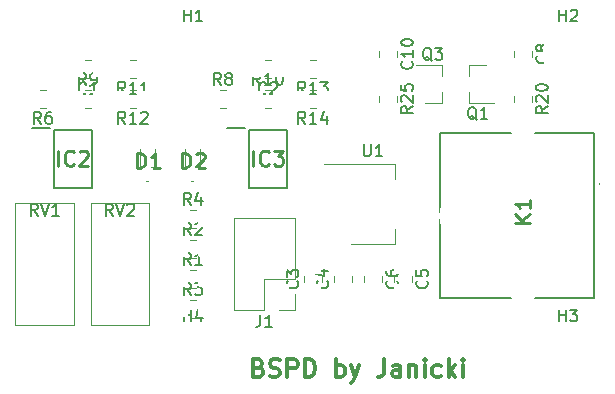
<source format=gto>
G04 #@! TF.GenerationSoftware,KiCad,Pcbnew,(5.1.12)-1*
G04 #@! TF.CreationDate,2022-06-04T11:26:48+02:00*
G04 #@! TF.ProjectId,BSPD,42535044-2e6b-4696-9361-645f70636258,rev?*
G04 #@! TF.SameCoordinates,Original*
G04 #@! TF.FileFunction,Legend,Top*
G04 #@! TF.FilePolarity,Positive*
%FSLAX46Y46*%
G04 Gerber Fmt 4.6, Leading zero omitted, Abs format (unit mm)*
G04 Created by KiCad (PCBNEW (5.1.12)-1) date 2022-06-04 11:26:48*
%MOMM*%
%LPD*%
G01*
G04 APERTURE LIST*
%ADD10C,0.300000*%
%ADD11C,0.120000*%
%ADD12C,0.100000*%
%ADD13C,0.200000*%
%ADD14C,0.150000*%
%ADD15C,0.254000*%
%ADD16R,0.900000X0.800000*%
%ADD17R,1.528000X0.650000*%
%ADD18R,1.700000X1.700000*%
%ADD19O,1.700000X1.700000*%
%ADD20C,2.100000*%
%ADD21C,3.400000*%
%ADD22R,2.000000X3.800000*%
%ADD23R,2.000000X1.500000*%
%ADD24C,1.440000*%
%ADD25C,4.400000*%
%ADD26C,0.700000*%
G04 APERTURE END LIST*
D10*
X117337142Y-102762857D02*
X117551428Y-102834285D01*
X117622857Y-102905714D01*
X117694285Y-103048571D01*
X117694285Y-103262857D01*
X117622857Y-103405714D01*
X117551428Y-103477142D01*
X117408571Y-103548571D01*
X116837142Y-103548571D01*
X116837142Y-102048571D01*
X117337142Y-102048571D01*
X117480000Y-102120000D01*
X117551428Y-102191428D01*
X117622857Y-102334285D01*
X117622857Y-102477142D01*
X117551428Y-102620000D01*
X117480000Y-102691428D01*
X117337142Y-102762857D01*
X116837142Y-102762857D01*
X118265714Y-103477142D02*
X118480000Y-103548571D01*
X118837142Y-103548571D01*
X118980000Y-103477142D01*
X119051428Y-103405714D01*
X119122857Y-103262857D01*
X119122857Y-103120000D01*
X119051428Y-102977142D01*
X118980000Y-102905714D01*
X118837142Y-102834285D01*
X118551428Y-102762857D01*
X118408571Y-102691428D01*
X118337142Y-102620000D01*
X118265714Y-102477142D01*
X118265714Y-102334285D01*
X118337142Y-102191428D01*
X118408571Y-102120000D01*
X118551428Y-102048571D01*
X118908571Y-102048571D01*
X119122857Y-102120000D01*
X119765714Y-103548571D02*
X119765714Y-102048571D01*
X120337142Y-102048571D01*
X120480000Y-102120000D01*
X120551428Y-102191428D01*
X120622857Y-102334285D01*
X120622857Y-102548571D01*
X120551428Y-102691428D01*
X120480000Y-102762857D01*
X120337142Y-102834285D01*
X119765714Y-102834285D01*
X121265714Y-103548571D02*
X121265714Y-102048571D01*
X121622857Y-102048571D01*
X121837142Y-102120000D01*
X121980000Y-102262857D01*
X122051428Y-102405714D01*
X122122857Y-102691428D01*
X122122857Y-102905714D01*
X122051428Y-103191428D01*
X121980000Y-103334285D01*
X121837142Y-103477142D01*
X121622857Y-103548571D01*
X121265714Y-103548571D01*
X123908571Y-103548571D02*
X123908571Y-102048571D01*
X123908571Y-102620000D02*
X124051428Y-102548571D01*
X124337142Y-102548571D01*
X124480000Y-102620000D01*
X124551428Y-102691428D01*
X124622857Y-102834285D01*
X124622857Y-103262857D01*
X124551428Y-103405714D01*
X124480000Y-103477142D01*
X124337142Y-103548571D01*
X124051428Y-103548571D01*
X123908571Y-103477142D01*
X125122857Y-102548571D02*
X125480000Y-103548571D01*
X125837142Y-102548571D02*
X125480000Y-103548571D01*
X125337142Y-103905714D01*
X125265714Y-103977142D01*
X125122857Y-104048571D01*
X127980000Y-102048571D02*
X127980000Y-103120000D01*
X127908571Y-103334285D01*
X127765714Y-103477142D01*
X127551428Y-103548571D01*
X127408571Y-103548571D01*
X129337142Y-103548571D02*
X129337142Y-102762857D01*
X129265714Y-102620000D01*
X129122857Y-102548571D01*
X128837142Y-102548571D01*
X128694285Y-102620000D01*
X129337142Y-103477142D02*
X129194285Y-103548571D01*
X128837142Y-103548571D01*
X128694285Y-103477142D01*
X128622857Y-103334285D01*
X128622857Y-103191428D01*
X128694285Y-103048571D01*
X128837142Y-102977142D01*
X129194285Y-102977142D01*
X129337142Y-102905714D01*
X130051428Y-102548571D02*
X130051428Y-103548571D01*
X130051428Y-102691428D02*
X130122857Y-102620000D01*
X130265714Y-102548571D01*
X130480000Y-102548571D01*
X130622857Y-102620000D01*
X130694285Y-102762857D01*
X130694285Y-103548571D01*
X131408571Y-103548571D02*
X131408571Y-102548571D01*
X131408571Y-102048571D02*
X131337142Y-102120000D01*
X131408571Y-102191428D01*
X131480000Y-102120000D01*
X131408571Y-102048571D01*
X131408571Y-102191428D01*
X132765714Y-103477142D02*
X132622857Y-103548571D01*
X132337142Y-103548571D01*
X132194285Y-103477142D01*
X132122857Y-103405714D01*
X132051428Y-103262857D01*
X132051428Y-102834285D01*
X132122857Y-102691428D01*
X132194285Y-102620000D01*
X132337142Y-102548571D01*
X132622857Y-102548571D01*
X132765714Y-102620000D01*
X133408571Y-103548571D02*
X133408571Y-102048571D01*
X133551428Y-102977142D02*
X133980000Y-103548571D01*
X133980000Y-102548571D02*
X133408571Y-103120000D01*
X134622857Y-103548571D02*
X134622857Y-102548571D01*
X134622857Y-102048571D02*
X134551428Y-102120000D01*
X134622857Y-102191428D01*
X134694285Y-102120000D01*
X134622857Y-102048571D01*
X134622857Y-102191428D01*
D11*
X103131252Y-78205000D02*
X102608748Y-78205000D01*
X103131252Y-76735000D02*
X102608748Y-76735000D01*
X118371252Y-78205000D02*
X117848748Y-78205000D01*
X118371252Y-76735000D02*
X117848748Y-76735000D01*
X121185000Y-95511252D02*
X121185000Y-94988748D01*
X122655000Y-95511252D02*
X122655000Y-94988748D01*
X125195000Y-95511252D02*
X125195000Y-94988748D01*
X123725000Y-95511252D02*
X123725000Y-94988748D01*
X130275000Y-94988748D02*
X130275000Y-95511252D01*
X128805000Y-94988748D02*
X128805000Y-95511252D01*
X126265000Y-94988748D02*
X126265000Y-95511252D01*
X127735000Y-94988748D02*
X127735000Y-95511252D01*
X140435000Y-75938748D02*
X140435000Y-76461252D01*
X138965000Y-75938748D02*
X138965000Y-76461252D01*
X127535000Y-75938748D02*
X127535000Y-76461252D01*
X129005000Y-75938748D02*
X129005000Y-76461252D01*
D12*
X107950000Y-86990000D02*
X107950000Y-86990000D01*
X107850000Y-86990000D02*
X107850000Y-86990000D01*
X108575000Y-84240000D02*
X108575000Y-85940000D01*
X107325000Y-84240000D02*
X107325000Y-85940000D01*
X107950000Y-86990000D02*
G75*
G03*
X107850000Y-86990000I-50000J0D01*
G01*
X107850000Y-86990000D02*
G75*
G03*
X107950000Y-86990000I50000J0D01*
G01*
X111135000Y-84240000D02*
X111135000Y-85940000D01*
X112385000Y-84240000D02*
X112385000Y-85940000D01*
X111660000Y-86990000D02*
X111660000Y-86990000D01*
X111760000Y-86990000D02*
X111760000Y-86990000D01*
X111660000Y-86990000D02*
G75*
G03*
X111760000Y-86990000I50000J0D01*
G01*
X111760000Y-86990000D02*
G75*
G03*
X111660000Y-86990000I-50000J0D01*
G01*
D13*
X98125000Y-82510000D02*
X99652000Y-82510000D01*
X100002000Y-87542000D02*
X100002000Y-82638000D01*
X103198000Y-87542000D02*
X100002000Y-87542000D01*
X103198000Y-82638000D02*
X103198000Y-87542000D01*
X100002000Y-82638000D02*
X103198000Y-82638000D01*
X114635000Y-82510000D02*
X116162000Y-82510000D01*
X116512000Y-87542000D02*
X116512000Y-82638000D01*
X119708000Y-87542000D02*
X116512000Y-87542000D01*
X119708000Y-82638000D02*
X119708000Y-87542000D01*
X116512000Y-82638000D02*
X119708000Y-82638000D01*
D11*
X120410000Y-97850000D02*
X119080000Y-97850000D01*
X120410000Y-96520000D02*
X120410000Y-97850000D01*
X117810000Y-97850000D02*
X115210000Y-97850000D01*
X117810000Y-95250000D02*
X117810000Y-97850000D01*
X120410000Y-95250000D02*
X117810000Y-95250000D01*
X115210000Y-97850000D02*
X115210000Y-90110000D01*
X120410000Y-95250000D02*
X120410000Y-90110000D01*
X120410000Y-90110000D02*
X115210000Y-90110000D01*
D13*
X146209000Y-87237000D02*
G75*
G03*
X146209000Y-87237000I-53000J0D01*
G01*
X132700000Y-96900000D02*
X138700000Y-96900000D01*
X145700000Y-96900000D02*
X140700000Y-96900000D01*
X145700000Y-82900000D02*
X140700000Y-82900000D01*
X132700000Y-82900000D02*
X138700000Y-82900000D01*
X132700000Y-82900000D02*
X132700000Y-96900000D01*
X145700000Y-82900000D02*
X145700000Y-96900000D01*
D11*
X135130000Y-77160000D02*
X136590000Y-77160000D01*
X135130000Y-80320000D02*
X137290000Y-80320000D01*
X135130000Y-80320000D02*
X135130000Y-79390000D01*
X135130000Y-77160000D02*
X135130000Y-78090000D01*
X132840000Y-80320000D02*
X131380000Y-80320000D01*
X132840000Y-77160000D02*
X130680000Y-77160000D01*
X132840000Y-77160000D02*
X132840000Y-78090000D01*
X132840000Y-80320000D02*
X132840000Y-79390000D01*
X111532936Y-94515000D02*
X111987064Y-94515000D01*
X111532936Y-95985000D02*
X111987064Y-95985000D01*
X111532936Y-93445000D02*
X111987064Y-93445000D01*
X111532936Y-91975000D02*
X111987064Y-91975000D01*
X111532936Y-98525000D02*
X111987064Y-98525000D01*
X111532936Y-97055000D02*
X111987064Y-97055000D01*
X111532936Y-89435000D02*
X111987064Y-89435000D01*
X111532936Y-90905000D02*
X111987064Y-90905000D01*
X99287064Y-79275000D02*
X98832936Y-79275000D01*
X99287064Y-80745000D02*
X98832936Y-80745000D01*
X114072936Y-80745000D02*
X114527064Y-80745000D01*
X114072936Y-79275000D02*
X114527064Y-79275000D01*
X102642936Y-80745000D02*
X103097064Y-80745000D01*
X102642936Y-79275000D02*
X103097064Y-79275000D01*
X117882936Y-80745000D02*
X118337064Y-80745000D01*
X117882936Y-79275000D02*
X118337064Y-79275000D01*
X106907064Y-76735000D02*
X106452936Y-76735000D01*
X106907064Y-78205000D02*
X106452936Y-78205000D01*
X106907064Y-80745000D02*
X106452936Y-80745000D01*
X106907064Y-79275000D02*
X106452936Y-79275000D01*
X122147064Y-76735000D02*
X121692936Y-76735000D01*
X122147064Y-78205000D02*
X121692936Y-78205000D01*
X122147064Y-80745000D02*
X121692936Y-80745000D01*
X122147064Y-79275000D02*
X121692936Y-79275000D01*
X140435000Y-79782936D02*
X140435000Y-80237064D01*
X138965000Y-79782936D02*
X138965000Y-80237064D01*
X129005000Y-79782936D02*
X129005000Y-80237064D01*
X127535000Y-79782936D02*
X127535000Y-80237064D01*
X122900000Y-85490000D02*
X128910000Y-85490000D01*
X125150000Y-92310000D02*
X128910000Y-92310000D01*
X128910000Y-85490000D02*
X128910000Y-86750000D01*
X128910000Y-92310000D02*
X128910000Y-91050000D01*
X96735001Y-88810001D02*
X98555001Y-88810001D01*
X99855001Y-88810001D02*
X101675001Y-88810001D01*
X96735001Y-99170001D02*
X98555001Y-99170001D01*
X99855001Y-99170001D02*
X101675001Y-99170001D01*
X101675001Y-90570001D02*
X101675001Y-97410001D01*
X96735001Y-90570001D02*
X96735001Y-97410001D01*
X101675001Y-88810001D02*
X101675001Y-90570001D01*
X101675001Y-97410001D02*
X101675001Y-99170001D01*
X99855001Y-99170001D02*
X98555001Y-99170001D01*
X96735001Y-99170001D02*
X96735001Y-97410001D01*
X98555001Y-88810001D02*
X99855001Y-88810001D01*
X96735001Y-88810001D02*
X96735001Y-90570001D01*
X103105001Y-88810001D02*
X103105001Y-90570001D01*
X104925001Y-88810001D02*
X106225001Y-88810001D01*
X103105001Y-99170001D02*
X103105001Y-97410001D01*
X106225001Y-99170001D02*
X104925001Y-99170001D01*
X108045001Y-97410001D02*
X108045001Y-99170001D01*
X108045001Y-88810001D02*
X108045001Y-90570001D01*
X103105001Y-90570001D02*
X103105001Y-97410001D01*
X108045001Y-90570001D02*
X108045001Y-97410001D01*
X106225001Y-99170001D02*
X108045001Y-99170001D01*
X103105001Y-99170001D02*
X104925001Y-99170001D01*
X106225001Y-88810001D02*
X108045001Y-88810001D01*
X103105001Y-88810001D02*
X104925001Y-88810001D01*
D14*
X102703333Y-79507142D02*
X102655714Y-79554761D01*
X102512857Y-79602380D01*
X102417619Y-79602380D01*
X102274761Y-79554761D01*
X102179523Y-79459523D01*
X102131904Y-79364285D01*
X102084285Y-79173809D01*
X102084285Y-79030952D01*
X102131904Y-78840476D01*
X102179523Y-78745238D01*
X102274761Y-78650000D01*
X102417619Y-78602380D01*
X102512857Y-78602380D01*
X102655714Y-78650000D01*
X102703333Y-78697619D01*
X103655714Y-79602380D02*
X103084285Y-79602380D01*
X103370000Y-79602380D02*
X103370000Y-78602380D01*
X103274761Y-78745238D01*
X103179523Y-78840476D01*
X103084285Y-78888095D01*
X117943333Y-79507142D02*
X117895714Y-79554761D01*
X117752857Y-79602380D01*
X117657619Y-79602380D01*
X117514761Y-79554761D01*
X117419523Y-79459523D01*
X117371904Y-79364285D01*
X117324285Y-79173809D01*
X117324285Y-79030952D01*
X117371904Y-78840476D01*
X117419523Y-78745238D01*
X117514761Y-78650000D01*
X117657619Y-78602380D01*
X117752857Y-78602380D01*
X117895714Y-78650000D01*
X117943333Y-78697619D01*
X118324285Y-78697619D02*
X118371904Y-78650000D01*
X118467142Y-78602380D01*
X118705238Y-78602380D01*
X118800476Y-78650000D01*
X118848095Y-78697619D01*
X118895714Y-78792857D01*
X118895714Y-78888095D01*
X118848095Y-79030952D01*
X118276666Y-79602380D01*
X118895714Y-79602380D01*
X120597142Y-95416666D02*
X120644761Y-95464285D01*
X120692380Y-95607142D01*
X120692380Y-95702380D01*
X120644761Y-95845238D01*
X120549523Y-95940476D01*
X120454285Y-95988095D01*
X120263809Y-96035714D01*
X120120952Y-96035714D01*
X119930476Y-95988095D01*
X119835238Y-95940476D01*
X119740000Y-95845238D01*
X119692380Y-95702380D01*
X119692380Y-95607142D01*
X119740000Y-95464285D01*
X119787619Y-95416666D01*
X119692380Y-95083333D02*
X119692380Y-94464285D01*
X120073333Y-94797619D01*
X120073333Y-94654761D01*
X120120952Y-94559523D01*
X120168571Y-94511904D01*
X120263809Y-94464285D01*
X120501904Y-94464285D01*
X120597142Y-94511904D01*
X120644761Y-94559523D01*
X120692380Y-94654761D01*
X120692380Y-94940476D01*
X120644761Y-95035714D01*
X120597142Y-95083333D01*
X123137142Y-95416666D02*
X123184761Y-95464285D01*
X123232380Y-95607142D01*
X123232380Y-95702380D01*
X123184761Y-95845238D01*
X123089523Y-95940476D01*
X122994285Y-95988095D01*
X122803809Y-96035714D01*
X122660952Y-96035714D01*
X122470476Y-95988095D01*
X122375238Y-95940476D01*
X122280000Y-95845238D01*
X122232380Y-95702380D01*
X122232380Y-95607142D01*
X122280000Y-95464285D01*
X122327619Y-95416666D01*
X122565714Y-94559523D02*
X123232380Y-94559523D01*
X122184761Y-94797619D02*
X122899047Y-95035714D01*
X122899047Y-94416666D01*
X131577142Y-95416666D02*
X131624761Y-95464285D01*
X131672380Y-95607142D01*
X131672380Y-95702380D01*
X131624761Y-95845238D01*
X131529523Y-95940476D01*
X131434285Y-95988095D01*
X131243809Y-96035714D01*
X131100952Y-96035714D01*
X130910476Y-95988095D01*
X130815238Y-95940476D01*
X130720000Y-95845238D01*
X130672380Y-95702380D01*
X130672380Y-95607142D01*
X130720000Y-95464285D01*
X130767619Y-95416666D01*
X130672380Y-94511904D02*
X130672380Y-94988095D01*
X131148571Y-95035714D01*
X131100952Y-94988095D01*
X131053333Y-94892857D01*
X131053333Y-94654761D01*
X131100952Y-94559523D01*
X131148571Y-94511904D01*
X131243809Y-94464285D01*
X131481904Y-94464285D01*
X131577142Y-94511904D01*
X131624761Y-94559523D01*
X131672380Y-94654761D01*
X131672380Y-94892857D01*
X131624761Y-94988095D01*
X131577142Y-95035714D01*
X129037142Y-95416666D02*
X129084761Y-95464285D01*
X129132380Y-95607142D01*
X129132380Y-95702380D01*
X129084761Y-95845238D01*
X128989523Y-95940476D01*
X128894285Y-95988095D01*
X128703809Y-96035714D01*
X128560952Y-96035714D01*
X128370476Y-95988095D01*
X128275238Y-95940476D01*
X128180000Y-95845238D01*
X128132380Y-95702380D01*
X128132380Y-95607142D01*
X128180000Y-95464285D01*
X128227619Y-95416666D01*
X128132380Y-94559523D02*
X128132380Y-94750000D01*
X128180000Y-94845238D01*
X128227619Y-94892857D01*
X128370476Y-94988095D01*
X128560952Y-95035714D01*
X128941904Y-95035714D01*
X129037142Y-94988095D01*
X129084761Y-94940476D01*
X129132380Y-94845238D01*
X129132380Y-94654761D01*
X129084761Y-94559523D01*
X129037142Y-94511904D01*
X128941904Y-94464285D01*
X128703809Y-94464285D01*
X128608571Y-94511904D01*
X128560952Y-94559523D01*
X128513333Y-94654761D01*
X128513333Y-94845238D01*
X128560952Y-94940476D01*
X128608571Y-94988095D01*
X128703809Y-95035714D01*
X141737142Y-76366666D02*
X141784761Y-76414285D01*
X141832380Y-76557142D01*
X141832380Y-76652380D01*
X141784761Y-76795238D01*
X141689523Y-76890476D01*
X141594285Y-76938095D01*
X141403809Y-76985714D01*
X141260952Y-76985714D01*
X141070476Y-76938095D01*
X140975238Y-76890476D01*
X140880000Y-76795238D01*
X140832380Y-76652380D01*
X140832380Y-76557142D01*
X140880000Y-76414285D01*
X140927619Y-76366666D01*
X141260952Y-75795238D02*
X141213333Y-75890476D01*
X141165714Y-75938095D01*
X141070476Y-75985714D01*
X141022857Y-75985714D01*
X140927619Y-75938095D01*
X140880000Y-75890476D01*
X140832380Y-75795238D01*
X140832380Y-75604761D01*
X140880000Y-75509523D01*
X140927619Y-75461904D01*
X141022857Y-75414285D01*
X141070476Y-75414285D01*
X141165714Y-75461904D01*
X141213333Y-75509523D01*
X141260952Y-75604761D01*
X141260952Y-75795238D01*
X141308571Y-75890476D01*
X141356190Y-75938095D01*
X141451428Y-75985714D01*
X141641904Y-75985714D01*
X141737142Y-75938095D01*
X141784761Y-75890476D01*
X141832380Y-75795238D01*
X141832380Y-75604761D01*
X141784761Y-75509523D01*
X141737142Y-75461904D01*
X141641904Y-75414285D01*
X141451428Y-75414285D01*
X141356190Y-75461904D01*
X141308571Y-75509523D01*
X141260952Y-75604761D01*
X130307142Y-76842857D02*
X130354761Y-76890476D01*
X130402380Y-77033333D01*
X130402380Y-77128571D01*
X130354761Y-77271428D01*
X130259523Y-77366666D01*
X130164285Y-77414285D01*
X129973809Y-77461904D01*
X129830952Y-77461904D01*
X129640476Y-77414285D01*
X129545238Y-77366666D01*
X129450000Y-77271428D01*
X129402380Y-77128571D01*
X129402380Y-77033333D01*
X129450000Y-76890476D01*
X129497619Y-76842857D01*
X130402380Y-75890476D02*
X130402380Y-76461904D01*
X130402380Y-76176190D02*
X129402380Y-76176190D01*
X129545238Y-76271428D01*
X129640476Y-76366666D01*
X129688095Y-76461904D01*
X129402380Y-75271428D02*
X129402380Y-75176190D01*
X129450000Y-75080952D01*
X129497619Y-75033333D01*
X129592857Y-74985714D01*
X129783333Y-74938095D01*
X130021428Y-74938095D01*
X130211904Y-74985714D01*
X130307142Y-75033333D01*
X130354761Y-75080952D01*
X130402380Y-75176190D01*
X130402380Y-75271428D01*
X130354761Y-75366666D01*
X130307142Y-75414285D01*
X130211904Y-75461904D01*
X130021428Y-75509523D01*
X129783333Y-75509523D01*
X129592857Y-75461904D01*
X129497619Y-75414285D01*
X129450000Y-75366666D01*
X129402380Y-75271428D01*
D15*
X107012619Y-85864523D02*
X107012619Y-84594523D01*
X107315000Y-84594523D01*
X107496428Y-84655000D01*
X107617380Y-84775952D01*
X107677857Y-84896904D01*
X107738333Y-85138809D01*
X107738333Y-85320238D01*
X107677857Y-85562142D01*
X107617380Y-85683095D01*
X107496428Y-85804047D01*
X107315000Y-85864523D01*
X107012619Y-85864523D01*
X108947857Y-85864523D02*
X108222142Y-85864523D01*
X108585000Y-85864523D02*
X108585000Y-84594523D01*
X108464047Y-84775952D01*
X108343095Y-84896904D01*
X108222142Y-84957380D01*
X110822619Y-85864523D02*
X110822619Y-84594523D01*
X111125000Y-84594523D01*
X111306428Y-84655000D01*
X111427380Y-84775952D01*
X111487857Y-84896904D01*
X111548333Y-85138809D01*
X111548333Y-85320238D01*
X111487857Y-85562142D01*
X111427380Y-85683095D01*
X111306428Y-85804047D01*
X111125000Y-85864523D01*
X110822619Y-85864523D01*
X112032142Y-84715476D02*
X112092619Y-84655000D01*
X112213571Y-84594523D01*
X112515952Y-84594523D01*
X112636904Y-84655000D01*
X112697380Y-84715476D01*
X112757857Y-84836428D01*
X112757857Y-84957380D01*
X112697380Y-85138809D01*
X111971666Y-85864523D01*
X112757857Y-85864523D01*
X100360238Y-85664523D02*
X100360238Y-84394523D01*
X101690714Y-85543571D02*
X101630238Y-85604047D01*
X101448809Y-85664523D01*
X101327857Y-85664523D01*
X101146428Y-85604047D01*
X101025476Y-85483095D01*
X100965000Y-85362142D01*
X100904523Y-85120238D01*
X100904523Y-84938809D01*
X100965000Y-84696904D01*
X101025476Y-84575952D01*
X101146428Y-84455000D01*
X101327857Y-84394523D01*
X101448809Y-84394523D01*
X101630238Y-84455000D01*
X101690714Y-84515476D01*
X102174523Y-84515476D02*
X102235000Y-84455000D01*
X102355952Y-84394523D01*
X102658333Y-84394523D01*
X102779285Y-84455000D01*
X102839761Y-84515476D01*
X102900238Y-84636428D01*
X102900238Y-84757380D01*
X102839761Y-84938809D01*
X102114047Y-85664523D01*
X102900238Y-85664523D01*
X116870238Y-85664523D02*
X116870238Y-84394523D01*
X118200714Y-85543571D02*
X118140238Y-85604047D01*
X117958809Y-85664523D01*
X117837857Y-85664523D01*
X117656428Y-85604047D01*
X117535476Y-85483095D01*
X117475000Y-85362142D01*
X117414523Y-85120238D01*
X117414523Y-84938809D01*
X117475000Y-84696904D01*
X117535476Y-84575952D01*
X117656428Y-84455000D01*
X117837857Y-84394523D01*
X117958809Y-84394523D01*
X118140238Y-84455000D01*
X118200714Y-84515476D01*
X118624047Y-84394523D02*
X119410238Y-84394523D01*
X118986904Y-84878333D01*
X119168333Y-84878333D01*
X119289285Y-84938809D01*
X119349761Y-84999285D01*
X119410238Y-85120238D01*
X119410238Y-85422619D01*
X119349761Y-85543571D01*
X119289285Y-85604047D01*
X119168333Y-85664523D01*
X118805476Y-85664523D01*
X118684523Y-85604047D01*
X118624047Y-85543571D01*
D14*
X117476666Y-98302380D02*
X117476666Y-99016666D01*
X117429047Y-99159523D01*
X117333809Y-99254761D01*
X117190952Y-99302380D01*
X117095714Y-99302380D01*
X118476666Y-99302380D02*
X117905238Y-99302380D01*
X118190952Y-99302380D02*
X118190952Y-98302380D01*
X118095714Y-98445238D01*
X118000476Y-98540476D01*
X117905238Y-98588095D01*
D15*
X140338523Y-90477380D02*
X139068523Y-90477380D01*
X140338523Y-89751666D02*
X139612809Y-90295952D01*
X139068523Y-89751666D02*
X139794238Y-90477380D01*
X140338523Y-88542142D02*
X140338523Y-89267857D01*
X140338523Y-88905000D02*
X139068523Y-88905000D01*
X139249952Y-89025952D01*
X139370904Y-89146904D01*
X139431380Y-89267857D01*
D14*
X135794761Y-81787619D02*
X135699523Y-81740000D01*
X135604285Y-81644761D01*
X135461428Y-81501904D01*
X135366190Y-81454285D01*
X135270952Y-81454285D01*
X135318571Y-81692380D02*
X135223333Y-81644761D01*
X135128095Y-81549523D01*
X135080476Y-81359047D01*
X135080476Y-81025714D01*
X135128095Y-80835238D01*
X135223333Y-80740000D01*
X135318571Y-80692380D01*
X135509047Y-80692380D01*
X135604285Y-80740000D01*
X135699523Y-80835238D01*
X135747142Y-81025714D01*
X135747142Y-81359047D01*
X135699523Y-81549523D01*
X135604285Y-81644761D01*
X135509047Y-81692380D01*
X135318571Y-81692380D01*
X136699523Y-81692380D02*
X136128095Y-81692380D01*
X136413809Y-81692380D02*
X136413809Y-80692380D01*
X136318571Y-80835238D01*
X136223333Y-80930476D01*
X136128095Y-80978095D01*
X131984761Y-76787619D02*
X131889523Y-76740000D01*
X131794285Y-76644761D01*
X131651428Y-76501904D01*
X131556190Y-76454285D01*
X131460952Y-76454285D01*
X131508571Y-76692380D02*
X131413333Y-76644761D01*
X131318095Y-76549523D01*
X131270476Y-76359047D01*
X131270476Y-76025714D01*
X131318095Y-75835238D01*
X131413333Y-75740000D01*
X131508571Y-75692380D01*
X131699047Y-75692380D01*
X131794285Y-75740000D01*
X131889523Y-75835238D01*
X131937142Y-76025714D01*
X131937142Y-76359047D01*
X131889523Y-76549523D01*
X131794285Y-76644761D01*
X131699047Y-76692380D01*
X131508571Y-76692380D01*
X132270476Y-75692380D02*
X132889523Y-75692380D01*
X132556190Y-76073333D01*
X132699047Y-76073333D01*
X132794285Y-76120952D01*
X132841904Y-76168571D01*
X132889523Y-76263809D01*
X132889523Y-76501904D01*
X132841904Y-76597142D01*
X132794285Y-76644761D01*
X132699047Y-76692380D01*
X132413333Y-76692380D01*
X132318095Y-76644761D01*
X132270476Y-76597142D01*
X111593333Y-94052380D02*
X111260000Y-93576190D01*
X111021904Y-94052380D02*
X111021904Y-93052380D01*
X111402857Y-93052380D01*
X111498095Y-93100000D01*
X111545714Y-93147619D01*
X111593333Y-93242857D01*
X111593333Y-93385714D01*
X111545714Y-93480952D01*
X111498095Y-93528571D01*
X111402857Y-93576190D01*
X111021904Y-93576190D01*
X112545714Y-94052380D02*
X111974285Y-94052380D01*
X112260000Y-94052380D02*
X112260000Y-93052380D01*
X112164761Y-93195238D01*
X112069523Y-93290476D01*
X111974285Y-93338095D01*
X111593333Y-91512380D02*
X111260000Y-91036190D01*
X111021904Y-91512380D02*
X111021904Y-90512380D01*
X111402857Y-90512380D01*
X111498095Y-90560000D01*
X111545714Y-90607619D01*
X111593333Y-90702857D01*
X111593333Y-90845714D01*
X111545714Y-90940952D01*
X111498095Y-90988571D01*
X111402857Y-91036190D01*
X111021904Y-91036190D01*
X111974285Y-90607619D02*
X112021904Y-90560000D01*
X112117142Y-90512380D01*
X112355238Y-90512380D01*
X112450476Y-90560000D01*
X112498095Y-90607619D01*
X112545714Y-90702857D01*
X112545714Y-90798095D01*
X112498095Y-90940952D01*
X111926666Y-91512380D01*
X112545714Y-91512380D01*
X111593333Y-96592380D02*
X111260000Y-96116190D01*
X111021904Y-96592380D02*
X111021904Y-95592380D01*
X111402857Y-95592380D01*
X111498095Y-95640000D01*
X111545714Y-95687619D01*
X111593333Y-95782857D01*
X111593333Y-95925714D01*
X111545714Y-96020952D01*
X111498095Y-96068571D01*
X111402857Y-96116190D01*
X111021904Y-96116190D01*
X111926666Y-95592380D02*
X112545714Y-95592380D01*
X112212380Y-95973333D01*
X112355238Y-95973333D01*
X112450476Y-96020952D01*
X112498095Y-96068571D01*
X112545714Y-96163809D01*
X112545714Y-96401904D01*
X112498095Y-96497142D01*
X112450476Y-96544761D01*
X112355238Y-96592380D01*
X112069523Y-96592380D01*
X111974285Y-96544761D01*
X111926666Y-96497142D01*
X111593333Y-88972380D02*
X111260000Y-88496190D01*
X111021904Y-88972380D02*
X111021904Y-87972380D01*
X111402857Y-87972380D01*
X111498095Y-88020000D01*
X111545714Y-88067619D01*
X111593333Y-88162857D01*
X111593333Y-88305714D01*
X111545714Y-88400952D01*
X111498095Y-88448571D01*
X111402857Y-88496190D01*
X111021904Y-88496190D01*
X112450476Y-88305714D02*
X112450476Y-88972380D01*
X112212380Y-87924761D02*
X111974285Y-88639047D01*
X112593333Y-88639047D01*
X98893333Y-82112380D02*
X98560000Y-81636190D01*
X98321904Y-82112380D02*
X98321904Y-81112380D01*
X98702857Y-81112380D01*
X98798095Y-81160000D01*
X98845714Y-81207619D01*
X98893333Y-81302857D01*
X98893333Y-81445714D01*
X98845714Y-81540952D01*
X98798095Y-81588571D01*
X98702857Y-81636190D01*
X98321904Y-81636190D01*
X99750476Y-81112380D02*
X99560000Y-81112380D01*
X99464761Y-81160000D01*
X99417142Y-81207619D01*
X99321904Y-81350476D01*
X99274285Y-81540952D01*
X99274285Y-81921904D01*
X99321904Y-82017142D01*
X99369523Y-82064761D01*
X99464761Y-82112380D01*
X99655238Y-82112380D01*
X99750476Y-82064761D01*
X99798095Y-82017142D01*
X99845714Y-81921904D01*
X99845714Y-81683809D01*
X99798095Y-81588571D01*
X99750476Y-81540952D01*
X99655238Y-81493333D01*
X99464761Y-81493333D01*
X99369523Y-81540952D01*
X99321904Y-81588571D01*
X99274285Y-81683809D01*
X114133333Y-78812380D02*
X113800000Y-78336190D01*
X113561904Y-78812380D02*
X113561904Y-77812380D01*
X113942857Y-77812380D01*
X114038095Y-77860000D01*
X114085714Y-77907619D01*
X114133333Y-78002857D01*
X114133333Y-78145714D01*
X114085714Y-78240952D01*
X114038095Y-78288571D01*
X113942857Y-78336190D01*
X113561904Y-78336190D01*
X114704761Y-78240952D02*
X114609523Y-78193333D01*
X114561904Y-78145714D01*
X114514285Y-78050476D01*
X114514285Y-78002857D01*
X114561904Y-77907619D01*
X114609523Y-77860000D01*
X114704761Y-77812380D01*
X114895238Y-77812380D01*
X114990476Y-77860000D01*
X115038095Y-77907619D01*
X115085714Y-78002857D01*
X115085714Y-78050476D01*
X115038095Y-78145714D01*
X114990476Y-78193333D01*
X114895238Y-78240952D01*
X114704761Y-78240952D01*
X114609523Y-78288571D01*
X114561904Y-78336190D01*
X114514285Y-78431428D01*
X114514285Y-78621904D01*
X114561904Y-78717142D01*
X114609523Y-78764761D01*
X114704761Y-78812380D01*
X114895238Y-78812380D01*
X114990476Y-78764761D01*
X115038095Y-78717142D01*
X115085714Y-78621904D01*
X115085714Y-78431428D01*
X115038095Y-78336190D01*
X114990476Y-78288571D01*
X114895238Y-78240952D01*
X102703333Y-78812380D02*
X102370000Y-78336190D01*
X102131904Y-78812380D02*
X102131904Y-77812380D01*
X102512857Y-77812380D01*
X102608095Y-77860000D01*
X102655714Y-77907619D01*
X102703333Y-78002857D01*
X102703333Y-78145714D01*
X102655714Y-78240952D01*
X102608095Y-78288571D01*
X102512857Y-78336190D01*
X102131904Y-78336190D01*
X103179523Y-78812380D02*
X103370000Y-78812380D01*
X103465238Y-78764761D01*
X103512857Y-78717142D01*
X103608095Y-78574285D01*
X103655714Y-78383809D01*
X103655714Y-78002857D01*
X103608095Y-77907619D01*
X103560476Y-77860000D01*
X103465238Y-77812380D01*
X103274761Y-77812380D01*
X103179523Y-77860000D01*
X103131904Y-77907619D01*
X103084285Y-78002857D01*
X103084285Y-78240952D01*
X103131904Y-78336190D01*
X103179523Y-78383809D01*
X103274761Y-78431428D01*
X103465238Y-78431428D01*
X103560476Y-78383809D01*
X103608095Y-78336190D01*
X103655714Y-78240952D01*
X117467142Y-78812380D02*
X117133809Y-78336190D01*
X116895714Y-78812380D02*
X116895714Y-77812380D01*
X117276666Y-77812380D01*
X117371904Y-77860000D01*
X117419523Y-77907619D01*
X117467142Y-78002857D01*
X117467142Y-78145714D01*
X117419523Y-78240952D01*
X117371904Y-78288571D01*
X117276666Y-78336190D01*
X116895714Y-78336190D01*
X118419523Y-78812380D02*
X117848095Y-78812380D01*
X118133809Y-78812380D02*
X118133809Y-77812380D01*
X118038571Y-77955238D01*
X117943333Y-78050476D01*
X117848095Y-78098095D01*
X119038571Y-77812380D02*
X119133809Y-77812380D01*
X119229047Y-77860000D01*
X119276666Y-77907619D01*
X119324285Y-78002857D01*
X119371904Y-78193333D01*
X119371904Y-78431428D01*
X119324285Y-78621904D01*
X119276666Y-78717142D01*
X119229047Y-78764761D01*
X119133809Y-78812380D01*
X119038571Y-78812380D01*
X118943333Y-78764761D01*
X118895714Y-78717142D01*
X118848095Y-78621904D01*
X118800476Y-78431428D01*
X118800476Y-78193333D01*
X118848095Y-78002857D01*
X118895714Y-77907619D01*
X118943333Y-77860000D01*
X119038571Y-77812380D01*
X106037142Y-79572380D02*
X105703809Y-79096190D01*
X105465714Y-79572380D02*
X105465714Y-78572380D01*
X105846666Y-78572380D01*
X105941904Y-78620000D01*
X105989523Y-78667619D01*
X106037142Y-78762857D01*
X106037142Y-78905714D01*
X105989523Y-79000952D01*
X105941904Y-79048571D01*
X105846666Y-79096190D01*
X105465714Y-79096190D01*
X106989523Y-79572380D02*
X106418095Y-79572380D01*
X106703809Y-79572380D02*
X106703809Y-78572380D01*
X106608571Y-78715238D01*
X106513333Y-78810476D01*
X106418095Y-78858095D01*
X107941904Y-79572380D02*
X107370476Y-79572380D01*
X107656190Y-79572380D02*
X107656190Y-78572380D01*
X107560952Y-78715238D01*
X107465714Y-78810476D01*
X107370476Y-78858095D01*
X106037142Y-82112380D02*
X105703809Y-81636190D01*
X105465714Y-82112380D02*
X105465714Y-81112380D01*
X105846666Y-81112380D01*
X105941904Y-81160000D01*
X105989523Y-81207619D01*
X106037142Y-81302857D01*
X106037142Y-81445714D01*
X105989523Y-81540952D01*
X105941904Y-81588571D01*
X105846666Y-81636190D01*
X105465714Y-81636190D01*
X106989523Y-82112380D02*
X106418095Y-82112380D01*
X106703809Y-82112380D02*
X106703809Y-81112380D01*
X106608571Y-81255238D01*
X106513333Y-81350476D01*
X106418095Y-81398095D01*
X107370476Y-81207619D02*
X107418095Y-81160000D01*
X107513333Y-81112380D01*
X107751428Y-81112380D01*
X107846666Y-81160000D01*
X107894285Y-81207619D01*
X107941904Y-81302857D01*
X107941904Y-81398095D01*
X107894285Y-81540952D01*
X107322857Y-82112380D01*
X107941904Y-82112380D01*
X121277142Y-79572380D02*
X120943809Y-79096190D01*
X120705714Y-79572380D02*
X120705714Y-78572380D01*
X121086666Y-78572380D01*
X121181904Y-78620000D01*
X121229523Y-78667619D01*
X121277142Y-78762857D01*
X121277142Y-78905714D01*
X121229523Y-79000952D01*
X121181904Y-79048571D01*
X121086666Y-79096190D01*
X120705714Y-79096190D01*
X122229523Y-79572380D02*
X121658095Y-79572380D01*
X121943809Y-79572380D02*
X121943809Y-78572380D01*
X121848571Y-78715238D01*
X121753333Y-78810476D01*
X121658095Y-78858095D01*
X122562857Y-78572380D02*
X123181904Y-78572380D01*
X122848571Y-78953333D01*
X122991428Y-78953333D01*
X123086666Y-79000952D01*
X123134285Y-79048571D01*
X123181904Y-79143809D01*
X123181904Y-79381904D01*
X123134285Y-79477142D01*
X123086666Y-79524761D01*
X122991428Y-79572380D01*
X122705714Y-79572380D01*
X122610476Y-79524761D01*
X122562857Y-79477142D01*
X121277142Y-82112380D02*
X120943809Y-81636190D01*
X120705714Y-82112380D02*
X120705714Y-81112380D01*
X121086666Y-81112380D01*
X121181904Y-81160000D01*
X121229523Y-81207619D01*
X121277142Y-81302857D01*
X121277142Y-81445714D01*
X121229523Y-81540952D01*
X121181904Y-81588571D01*
X121086666Y-81636190D01*
X120705714Y-81636190D01*
X122229523Y-82112380D02*
X121658095Y-82112380D01*
X121943809Y-82112380D02*
X121943809Y-81112380D01*
X121848571Y-81255238D01*
X121753333Y-81350476D01*
X121658095Y-81398095D01*
X123086666Y-81445714D02*
X123086666Y-82112380D01*
X122848571Y-81064761D02*
X122610476Y-81779047D01*
X123229523Y-81779047D01*
X141802380Y-80652857D02*
X141326190Y-80986190D01*
X141802380Y-81224285D02*
X140802380Y-81224285D01*
X140802380Y-80843333D01*
X140850000Y-80748095D01*
X140897619Y-80700476D01*
X140992857Y-80652857D01*
X141135714Y-80652857D01*
X141230952Y-80700476D01*
X141278571Y-80748095D01*
X141326190Y-80843333D01*
X141326190Y-81224285D01*
X140897619Y-80271904D02*
X140850000Y-80224285D01*
X140802380Y-80129047D01*
X140802380Y-79890952D01*
X140850000Y-79795714D01*
X140897619Y-79748095D01*
X140992857Y-79700476D01*
X141088095Y-79700476D01*
X141230952Y-79748095D01*
X141802380Y-80319523D01*
X141802380Y-79700476D01*
X140802380Y-79081428D02*
X140802380Y-78986190D01*
X140850000Y-78890952D01*
X140897619Y-78843333D01*
X140992857Y-78795714D01*
X141183333Y-78748095D01*
X141421428Y-78748095D01*
X141611904Y-78795714D01*
X141707142Y-78843333D01*
X141754761Y-78890952D01*
X141802380Y-78986190D01*
X141802380Y-79081428D01*
X141754761Y-79176666D01*
X141707142Y-79224285D01*
X141611904Y-79271904D01*
X141421428Y-79319523D01*
X141183333Y-79319523D01*
X140992857Y-79271904D01*
X140897619Y-79224285D01*
X140850000Y-79176666D01*
X140802380Y-79081428D01*
X130372380Y-80652857D02*
X129896190Y-80986190D01*
X130372380Y-81224285D02*
X129372380Y-81224285D01*
X129372380Y-80843333D01*
X129420000Y-80748095D01*
X129467619Y-80700476D01*
X129562857Y-80652857D01*
X129705714Y-80652857D01*
X129800952Y-80700476D01*
X129848571Y-80748095D01*
X129896190Y-80843333D01*
X129896190Y-81224285D01*
X129467619Y-80271904D02*
X129420000Y-80224285D01*
X129372380Y-80129047D01*
X129372380Y-79890952D01*
X129420000Y-79795714D01*
X129467619Y-79748095D01*
X129562857Y-79700476D01*
X129658095Y-79700476D01*
X129800952Y-79748095D01*
X130372380Y-80319523D01*
X130372380Y-79700476D01*
X129372380Y-78795714D02*
X129372380Y-79271904D01*
X129848571Y-79319523D01*
X129800952Y-79271904D01*
X129753333Y-79176666D01*
X129753333Y-78938571D01*
X129800952Y-78843333D01*
X129848571Y-78795714D01*
X129943809Y-78748095D01*
X130181904Y-78748095D01*
X130277142Y-78795714D01*
X130324761Y-78843333D01*
X130372380Y-78938571D01*
X130372380Y-79176666D01*
X130324761Y-79271904D01*
X130277142Y-79319523D01*
X126238095Y-83852380D02*
X126238095Y-84661904D01*
X126285714Y-84757142D01*
X126333333Y-84804761D01*
X126428571Y-84852380D01*
X126619047Y-84852380D01*
X126714285Y-84804761D01*
X126761904Y-84757142D01*
X126809523Y-84661904D01*
X126809523Y-83852380D01*
X127809523Y-84852380D02*
X127238095Y-84852380D01*
X127523809Y-84852380D02*
X127523809Y-83852380D01*
X127428571Y-83995238D01*
X127333333Y-84090476D01*
X127238095Y-84138095D01*
X98609762Y-89892381D02*
X98276429Y-89416191D01*
X98038334Y-89892381D02*
X98038334Y-88892381D01*
X98419286Y-88892381D01*
X98514524Y-88940001D01*
X98562143Y-88987620D01*
X98609762Y-89082858D01*
X98609762Y-89225715D01*
X98562143Y-89320953D01*
X98514524Y-89368572D01*
X98419286Y-89416191D01*
X98038334Y-89416191D01*
X98895477Y-88892381D02*
X99228810Y-89892381D01*
X99562143Y-88892381D01*
X100419286Y-89892381D02*
X99847858Y-89892381D01*
X100133572Y-89892381D02*
X100133572Y-88892381D01*
X100038334Y-89035239D01*
X99943096Y-89130477D01*
X99847858Y-89178096D01*
X104979762Y-89892381D02*
X104646429Y-89416191D01*
X104408334Y-89892381D02*
X104408334Y-88892381D01*
X104789286Y-88892381D01*
X104884524Y-88940001D01*
X104932143Y-88987620D01*
X104979762Y-89082858D01*
X104979762Y-89225715D01*
X104932143Y-89320953D01*
X104884524Y-89368572D01*
X104789286Y-89416191D01*
X104408334Y-89416191D01*
X105265477Y-88892381D02*
X105598810Y-89892381D01*
X105932143Y-88892381D01*
X106217858Y-88987620D02*
X106265477Y-88940001D01*
X106360715Y-88892381D01*
X106598810Y-88892381D01*
X106694048Y-88940001D01*
X106741667Y-88987620D01*
X106789286Y-89082858D01*
X106789286Y-89178096D01*
X106741667Y-89320953D01*
X106170239Y-89892381D01*
X106789286Y-89892381D01*
X110998095Y-73452380D02*
X110998095Y-72452380D01*
X110998095Y-72928571D02*
X111569523Y-72928571D01*
X111569523Y-73452380D02*
X111569523Y-72452380D01*
X112569523Y-73452380D02*
X111998095Y-73452380D01*
X112283809Y-73452380D02*
X112283809Y-72452380D01*
X112188571Y-72595238D01*
X112093333Y-72690476D01*
X111998095Y-72738095D01*
X142748095Y-73452380D02*
X142748095Y-72452380D01*
X142748095Y-72928571D02*
X143319523Y-72928571D01*
X143319523Y-73452380D02*
X143319523Y-72452380D01*
X143748095Y-72547619D02*
X143795714Y-72500000D01*
X143890952Y-72452380D01*
X144129047Y-72452380D01*
X144224285Y-72500000D01*
X144271904Y-72547619D01*
X144319523Y-72642857D01*
X144319523Y-72738095D01*
X144271904Y-72880952D01*
X143700476Y-73452380D01*
X144319523Y-73452380D01*
X142748095Y-98852380D02*
X142748095Y-97852380D01*
X142748095Y-98328571D02*
X143319523Y-98328571D01*
X143319523Y-98852380D02*
X143319523Y-97852380D01*
X143700476Y-97852380D02*
X144319523Y-97852380D01*
X143986190Y-98233333D01*
X144129047Y-98233333D01*
X144224285Y-98280952D01*
X144271904Y-98328571D01*
X144319523Y-98423809D01*
X144319523Y-98661904D01*
X144271904Y-98757142D01*
X144224285Y-98804761D01*
X144129047Y-98852380D01*
X143843333Y-98852380D01*
X143748095Y-98804761D01*
X143700476Y-98757142D01*
X110998095Y-98852380D02*
X110998095Y-97852380D01*
X110998095Y-98328571D02*
X111569523Y-98328571D01*
X111569523Y-98852380D02*
X111569523Y-97852380D01*
X112474285Y-98185714D02*
X112474285Y-98852380D01*
X112236190Y-97804761D02*
X111998095Y-98519047D01*
X112617142Y-98519047D01*
%LPC*%
G36*
G01*
X102420000Y-76995000D02*
X102420000Y-77945000D01*
G75*
G02*
X102170000Y-78195000I-250000J0D01*
G01*
X101670000Y-78195000D01*
G75*
G02*
X101420000Y-77945000I0J250000D01*
G01*
X101420000Y-76995000D01*
G75*
G02*
X101670000Y-76745000I250000J0D01*
G01*
X102170000Y-76745000D01*
G75*
G02*
X102420000Y-76995000I0J-250000D01*
G01*
G37*
G36*
G01*
X104320000Y-76995000D02*
X104320000Y-77945000D01*
G75*
G02*
X104070000Y-78195000I-250000J0D01*
G01*
X103570000Y-78195000D01*
G75*
G02*
X103320000Y-77945000I0J250000D01*
G01*
X103320000Y-76995000D01*
G75*
G02*
X103570000Y-76745000I250000J0D01*
G01*
X104070000Y-76745000D01*
G75*
G02*
X104320000Y-76995000I0J-250000D01*
G01*
G37*
G36*
G01*
X117660000Y-76995000D02*
X117660000Y-77945000D01*
G75*
G02*
X117410000Y-78195000I-250000J0D01*
G01*
X116910000Y-78195000D01*
G75*
G02*
X116660000Y-77945000I0J250000D01*
G01*
X116660000Y-76995000D01*
G75*
G02*
X116910000Y-76745000I250000J0D01*
G01*
X117410000Y-76745000D01*
G75*
G02*
X117660000Y-76995000I0J-250000D01*
G01*
G37*
G36*
G01*
X119560000Y-76995000D02*
X119560000Y-77945000D01*
G75*
G02*
X119310000Y-78195000I-250000J0D01*
G01*
X118810000Y-78195000D01*
G75*
G02*
X118560000Y-77945000I0J250000D01*
G01*
X118560000Y-76995000D01*
G75*
G02*
X118810000Y-76745000I250000J0D01*
G01*
X119310000Y-76745000D01*
G75*
G02*
X119560000Y-76995000I0J-250000D01*
G01*
G37*
G36*
G01*
X122395000Y-94800000D02*
X121445000Y-94800000D01*
G75*
G02*
X121195000Y-94550000I0J250000D01*
G01*
X121195000Y-94050000D01*
G75*
G02*
X121445000Y-93800000I250000J0D01*
G01*
X122395000Y-93800000D01*
G75*
G02*
X122645000Y-94050000I0J-250000D01*
G01*
X122645000Y-94550000D01*
G75*
G02*
X122395000Y-94800000I-250000J0D01*
G01*
G37*
G36*
G01*
X122395000Y-96700000D02*
X121445000Y-96700000D01*
G75*
G02*
X121195000Y-96450000I0J250000D01*
G01*
X121195000Y-95950000D01*
G75*
G02*
X121445000Y-95700000I250000J0D01*
G01*
X122395000Y-95700000D01*
G75*
G02*
X122645000Y-95950000I0J-250000D01*
G01*
X122645000Y-96450000D01*
G75*
G02*
X122395000Y-96700000I-250000J0D01*
G01*
G37*
G36*
G01*
X124935000Y-96700000D02*
X123985000Y-96700000D01*
G75*
G02*
X123735000Y-96450000I0J250000D01*
G01*
X123735000Y-95950000D01*
G75*
G02*
X123985000Y-95700000I250000J0D01*
G01*
X124935000Y-95700000D01*
G75*
G02*
X125185000Y-95950000I0J-250000D01*
G01*
X125185000Y-96450000D01*
G75*
G02*
X124935000Y-96700000I-250000J0D01*
G01*
G37*
G36*
G01*
X124935000Y-94800000D02*
X123985000Y-94800000D01*
G75*
G02*
X123735000Y-94550000I0J250000D01*
G01*
X123735000Y-94050000D01*
G75*
G02*
X123985000Y-93800000I250000J0D01*
G01*
X124935000Y-93800000D01*
G75*
G02*
X125185000Y-94050000I0J-250000D01*
G01*
X125185000Y-94550000D01*
G75*
G02*
X124935000Y-94800000I-250000J0D01*
G01*
G37*
G36*
G01*
X129065000Y-95700000D02*
X130015000Y-95700000D01*
G75*
G02*
X130265000Y-95950000I0J-250000D01*
G01*
X130265000Y-96450000D01*
G75*
G02*
X130015000Y-96700000I-250000J0D01*
G01*
X129065000Y-96700000D01*
G75*
G02*
X128815000Y-96450000I0J250000D01*
G01*
X128815000Y-95950000D01*
G75*
G02*
X129065000Y-95700000I250000J0D01*
G01*
G37*
G36*
G01*
X129065000Y-93800000D02*
X130015000Y-93800000D01*
G75*
G02*
X130265000Y-94050000I0J-250000D01*
G01*
X130265000Y-94550000D01*
G75*
G02*
X130015000Y-94800000I-250000J0D01*
G01*
X129065000Y-94800000D01*
G75*
G02*
X128815000Y-94550000I0J250000D01*
G01*
X128815000Y-94050000D01*
G75*
G02*
X129065000Y-93800000I250000J0D01*
G01*
G37*
G36*
G01*
X126525000Y-93800000D02*
X127475000Y-93800000D01*
G75*
G02*
X127725000Y-94050000I0J-250000D01*
G01*
X127725000Y-94550000D01*
G75*
G02*
X127475000Y-94800000I-250000J0D01*
G01*
X126525000Y-94800000D01*
G75*
G02*
X126275000Y-94550000I0J250000D01*
G01*
X126275000Y-94050000D01*
G75*
G02*
X126525000Y-93800000I250000J0D01*
G01*
G37*
G36*
G01*
X126525000Y-95700000D02*
X127475000Y-95700000D01*
G75*
G02*
X127725000Y-95950000I0J-250000D01*
G01*
X127725000Y-96450000D01*
G75*
G02*
X127475000Y-96700000I-250000J0D01*
G01*
X126525000Y-96700000D01*
G75*
G02*
X126275000Y-96450000I0J250000D01*
G01*
X126275000Y-95950000D01*
G75*
G02*
X126525000Y-95700000I250000J0D01*
G01*
G37*
G36*
G01*
X139225000Y-76650000D02*
X140175000Y-76650000D01*
G75*
G02*
X140425000Y-76900000I0J-250000D01*
G01*
X140425000Y-77400000D01*
G75*
G02*
X140175000Y-77650000I-250000J0D01*
G01*
X139225000Y-77650000D01*
G75*
G02*
X138975000Y-77400000I0J250000D01*
G01*
X138975000Y-76900000D01*
G75*
G02*
X139225000Y-76650000I250000J0D01*
G01*
G37*
G36*
G01*
X139225000Y-74750000D02*
X140175000Y-74750000D01*
G75*
G02*
X140425000Y-75000000I0J-250000D01*
G01*
X140425000Y-75500000D01*
G75*
G02*
X140175000Y-75750000I-250000J0D01*
G01*
X139225000Y-75750000D01*
G75*
G02*
X138975000Y-75500000I0J250000D01*
G01*
X138975000Y-75000000D01*
G75*
G02*
X139225000Y-74750000I250000J0D01*
G01*
G37*
G36*
G01*
X127795000Y-74750000D02*
X128745000Y-74750000D01*
G75*
G02*
X128995000Y-75000000I0J-250000D01*
G01*
X128995000Y-75500000D01*
G75*
G02*
X128745000Y-75750000I-250000J0D01*
G01*
X127795000Y-75750000D01*
G75*
G02*
X127545000Y-75500000I0J250000D01*
G01*
X127545000Y-75000000D01*
G75*
G02*
X127795000Y-74750000I250000J0D01*
G01*
G37*
G36*
G01*
X127795000Y-76650000D02*
X128745000Y-76650000D01*
G75*
G02*
X128995000Y-76900000I0J-250000D01*
G01*
X128995000Y-77400000D01*
G75*
G02*
X128745000Y-77650000I-250000J0D01*
G01*
X127795000Y-77650000D01*
G75*
G02*
X127545000Y-77400000I0J250000D01*
G01*
X127545000Y-76900000D01*
G75*
G02*
X127795000Y-76650000I250000J0D01*
G01*
G37*
D16*
X107950000Y-86240000D03*
X107950000Y-83940000D03*
X111760000Y-83940000D03*
X111760000Y-86240000D03*
D17*
X98889000Y-83185000D03*
X98889000Y-84455000D03*
X98889000Y-85725000D03*
X98889000Y-86995000D03*
X104311000Y-86995000D03*
X104311000Y-85725000D03*
X104311000Y-84455000D03*
X104311000Y-83185000D03*
X115399000Y-83185000D03*
X115399000Y-84455000D03*
X115399000Y-85725000D03*
X115399000Y-86995000D03*
X120821000Y-86995000D03*
X120821000Y-85725000D03*
X120821000Y-84455000D03*
X120821000Y-83185000D03*
D18*
X119080000Y-96520000D03*
D19*
X116540000Y-96520000D03*
X119080000Y-93980000D03*
X116540000Y-93980000D03*
X119080000Y-91440000D03*
X116540000Y-91440000D03*
D20*
X144200000Y-87250000D03*
D21*
X139700000Y-84550000D03*
X134300000Y-89900000D03*
X139700000Y-95250000D03*
D20*
X144200000Y-93250000D03*
D16*
X136890000Y-79690000D03*
X136890000Y-77790000D03*
X134890000Y-78740000D03*
X131080000Y-77790000D03*
X131080000Y-79690000D03*
X133080000Y-78740000D03*
G36*
G01*
X112160000Y-95700001D02*
X112160000Y-94799999D01*
G75*
G02*
X112409999Y-94550000I249999J0D01*
G01*
X112935001Y-94550000D01*
G75*
G02*
X113185000Y-94799999I0J-249999D01*
G01*
X113185000Y-95700001D01*
G75*
G02*
X112935001Y-95950000I-249999J0D01*
G01*
X112409999Y-95950000D01*
G75*
G02*
X112160000Y-95700001I0J249999D01*
G01*
G37*
G36*
G01*
X110335000Y-95700001D02*
X110335000Y-94799999D01*
G75*
G02*
X110584999Y-94550000I249999J0D01*
G01*
X111110001Y-94550000D01*
G75*
G02*
X111360000Y-94799999I0J-249999D01*
G01*
X111360000Y-95700001D01*
G75*
G02*
X111110001Y-95950000I-249999J0D01*
G01*
X110584999Y-95950000D01*
G75*
G02*
X110335000Y-95700001I0J249999D01*
G01*
G37*
G36*
G01*
X110335000Y-93160001D02*
X110335000Y-92259999D01*
G75*
G02*
X110584999Y-92010000I249999J0D01*
G01*
X111110001Y-92010000D01*
G75*
G02*
X111360000Y-92259999I0J-249999D01*
G01*
X111360000Y-93160001D01*
G75*
G02*
X111110001Y-93410000I-249999J0D01*
G01*
X110584999Y-93410000D01*
G75*
G02*
X110335000Y-93160001I0J249999D01*
G01*
G37*
G36*
G01*
X112160000Y-93160001D02*
X112160000Y-92259999D01*
G75*
G02*
X112409999Y-92010000I249999J0D01*
G01*
X112935001Y-92010000D01*
G75*
G02*
X113185000Y-92259999I0J-249999D01*
G01*
X113185000Y-93160001D01*
G75*
G02*
X112935001Y-93410000I-249999J0D01*
G01*
X112409999Y-93410000D01*
G75*
G02*
X112160000Y-93160001I0J249999D01*
G01*
G37*
G36*
G01*
X110335000Y-98240001D02*
X110335000Y-97339999D01*
G75*
G02*
X110584999Y-97090000I249999J0D01*
G01*
X111110001Y-97090000D01*
G75*
G02*
X111360000Y-97339999I0J-249999D01*
G01*
X111360000Y-98240001D01*
G75*
G02*
X111110001Y-98490000I-249999J0D01*
G01*
X110584999Y-98490000D01*
G75*
G02*
X110335000Y-98240001I0J249999D01*
G01*
G37*
G36*
G01*
X112160000Y-98240001D02*
X112160000Y-97339999D01*
G75*
G02*
X112409999Y-97090000I249999J0D01*
G01*
X112935001Y-97090000D01*
G75*
G02*
X113185000Y-97339999I0J-249999D01*
G01*
X113185000Y-98240001D01*
G75*
G02*
X112935001Y-98490000I-249999J0D01*
G01*
X112409999Y-98490000D01*
G75*
G02*
X112160000Y-98240001I0J249999D01*
G01*
G37*
G36*
G01*
X112160000Y-90620001D02*
X112160000Y-89719999D01*
G75*
G02*
X112409999Y-89470000I249999J0D01*
G01*
X112935001Y-89470000D01*
G75*
G02*
X113185000Y-89719999I0J-249999D01*
G01*
X113185000Y-90620001D01*
G75*
G02*
X112935001Y-90870000I-249999J0D01*
G01*
X112409999Y-90870000D01*
G75*
G02*
X112160000Y-90620001I0J249999D01*
G01*
G37*
G36*
G01*
X110335000Y-90620001D02*
X110335000Y-89719999D01*
G75*
G02*
X110584999Y-89470000I249999J0D01*
G01*
X111110001Y-89470000D01*
G75*
G02*
X111360000Y-89719999I0J-249999D01*
G01*
X111360000Y-90620001D01*
G75*
G02*
X111110001Y-90870000I-249999J0D01*
G01*
X110584999Y-90870000D01*
G75*
G02*
X110335000Y-90620001I0J249999D01*
G01*
G37*
G36*
G01*
X100485000Y-79559999D02*
X100485000Y-80460001D01*
G75*
G02*
X100235001Y-80710000I-249999J0D01*
G01*
X99709999Y-80710000D01*
G75*
G02*
X99460000Y-80460001I0J249999D01*
G01*
X99460000Y-79559999D01*
G75*
G02*
X99709999Y-79310000I249999J0D01*
G01*
X100235001Y-79310000D01*
G75*
G02*
X100485000Y-79559999I0J-249999D01*
G01*
G37*
G36*
G01*
X98660000Y-79559999D02*
X98660000Y-80460001D01*
G75*
G02*
X98410001Y-80710000I-249999J0D01*
G01*
X97884999Y-80710000D01*
G75*
G02*
X97635000Y-80460001I0J249999D01*
G01*
X97635000Y-79559999D01*
G75*
G02*
X97884999Y-79310000I249999J0D01*
G01*
X98410001Y-79310000D01*
G75*
G02*
X98660000Y-79559999I0J-249999D01*
G01*
G37*
G36*
G01*
X112875000Y-80460001D02*
X112875000Y-79559999D01*
G75*
G02*
X113124999Y-79310000I249999J0D01*
G01*
X113650001Y-79310000D01*
G75*
G02*
X113900000Y-79559999I0J-249999D01*
G01*
X113900000Y-80460001D01*
G75*
G02*
X113650001Y-80710000I-249999J0D01*
G01*
X113124999Y-80710000D01*
G75*
G02*
X112875000Y-80460001I0J249999D01*
G01*
G37*
G36*
G01*
X114700000Y-80460001D02*
X114700000Y-79559999D01*
G75*
G02*
X114949999Y-79310000I249999J0D01*
G01*
X115475001Y-79310000D01*
G75*
G02*
X115725000Y-79559999I0J-249999D01*
G01*
X115725000Y-80460001D01*
G75*
G02*
X115475001Y-80710000I-249999J0D01*
G01*
X114949999Y-80710000D01*
G75*
G02*
X114700000Y-80460001I0J249999D01*
G01*
G37*
G36*
G01*
X101445000Y-80460001D02*
X101445000Y-79559999D01*
G75*
G02*
X101694999Y-79310000I249999J0D01*
G01*
X102220001Y-79310000D01*
G75*
G02*
X102470000Y-79559999I0J-249999D01*
G01*
X102470000Y-80460001D01*
G75*
G02*
X102220001Y-80710000I-249999J0D01*
G01*
X101694999Y-80710000D01*
G75*
G02*
X101445000Y-80460001I0J249999D01*
G01*
G37*
G36*
G01*
X103270000Y-80460001D02*
X103270000Y-79559999D01*
G75*
G02*
X103519999Y-79310000I249999J0D01*
G01*
X104045001Y-79310000D01*
G75*
G02*
X104295000Y-79559999I0J-249999D01*
G01*
X104295000Y-80460001D01*
G75*
G02*
X104045001Y-80710000I-249999J0D01*
G01*
X103519999Y-80710000D01*
G75*
G02*
X103270000Y-80460001I0J249999D01*
G01*
G37*
G36*
G01*
X116685000Y-80460001D02*
X116685000Y-79559999D01*
G75*
G02*
X116934999Y-79310000I249999J0D01*
G01*
X117460001Y-79310000D01*
G75*
G02*
X117710000Y-79559999I0J-249999D01*
G01*
X117710000Y-80460001D01*
G75*
G02*
X117460001Y-80710000I-249999J0D01*
G01*
X116934999Y-80710000D01*
G75*
G02*
X116685000Y-80460001I0J249999D01*
G01*
G37*
G36*
G01*
X118510000Y-80460001D02*
X118510000Y-79559999D01*
G75*
G02*
X118759999Y-79310000I249999J0D01*
G01*
X119285001Y-79310000D01*
G75*
G02*
X119535000Y-79559999I0J-249999D01*
G01*
X119535000Y-80460001D01*
G75*
G02*
X119285001Y-80710000I-249999J0D01*
G01*
X118759999Y-80710000D01*
G75*
G02*
X118510000Y-80460001I0J249999D01*
G01*
G37*
G36*
G01*
X108105000Y-77019999D02*
X108105000Y-77920001D01*
G75*
G02*
X107855001Y-78170000I-249999J0D01*
G01*
X107329999Y-78170000D01*
G75*
G02*
X107080000Y-77920001I0J249999D01*
G01*
X107080000Y-77019999D01*
G75*
G02*
X107329999Y-76770000I249999J0D01*
G01*
X107855001Y-76770000D01*
G75*
G02*
X108105000Y-77019999I0J-249999D01*
G01*
G37*
G36*
G01*
X106280000Y-77019999D02*
X106280000Y-77920001D01*
G75*
G02*
X106030001Y-78170000I-249999J0D01*
G01*
X105504999Y-78170000D01*
G75*
G02*
X105255000Y-77920001I0J249999D01*
G01*
X105255000Y-77019999D01*
G75*
G02*
X105504999Y-76770000I249999J0D01*
G01*
X106030001Y-76770000D01*
G75*
G02*
X106280000Y-77019999I0J-249999D01*
G01*
G37*
G36*
G01*
X106280000Y-79559999D02*
X106280000Y-80460001D01*
G75*
G02*
X106030001Y-80710000I-249999J0D01*
G01*
X105504999Y-80710000D01*
G75*
G02*
X105255000Y-80460001I0J249999D01*
G01*
X105255000Y-79559999D01*
G75*
G02*
X105504999Y-79310000I249999J0D01*
G01*
X106030001Y-79310000D01*
G75*
G02*
X106280000Y-79559999I0J-249999D01*
G01*
G37*
G36*
G01*
X108105000Y-79559999D02*
X108105000Y-80460001D01*
G75*
G02*
X107855001Y-80710000I-249999J0D01*
G01*
X107329999Y-80710000D01*
G75*
G02*
X107080000Y-80460001I0J249999D01*
G01*
X107080000Y-79559999D01*
G75*
G02*
X107329999Y-79310000I249999J0D01*
G01*
X107855001Y-79310000D01*
G75*
G02*
X108105000Y-79559999I0J-249999D01*
G01*
G37*
G36*
G01*
X123345000Y-77019999D02*
X123345000Y-77920001D01*
G75*
G02*
X123095001Y-78170000I-249999J0D01*
G01*
X122569999Y-78170000D01*
G75*
G02*
X122320000Y-77920001I0J249999D01*
G01*
X122320000Y-77019999D01*
G75*
G02*
X122569999Y-76770000I249999J0D01*
G01*
X123095001Y-76770000D01*
G75*
G02*
X123345000Y-77019999I0J-249999D01*
G01*
G37*
G36*
G01*
X121520000Y-77019999D02*
X121520000Y-77920001D01*
G75*
G02*
X121270001Y-78170000I-249999J0D01*
G01*
X120744999Y-78170000D01*
G75*
G02*
X120495000Y-77920001I0J249999D01*
G01*
X120495000Y-77019999D01*
G75*
G02*
X120744999Y-76770000I249999J0D01*
G01*
X121270001Y-76770000D01*
G75*
G02*
X121520000Y-77019999I0J-249999D01*
G01*
G37*
G36*
G01*
X121520000Y-79559999D02*
X121520000Y-80460001D01*
G75*
G02*
X121270001Y-80710000I-249999J0D01*
G01*
X120744999Y-80710000D01*
G75*
G02*
X120495000Y-80460001I0J249999D01*
G01*
X120495000Y-79559999D01*
G75*
G02*
X120744999Y-79310000I249999J0D01*
G01*
X121270001Y-79310000D01*
G75*
G02*
X121520000Y-79559999I0J-249999D01*
G01*
G37*
G36*
G01*
X123345000Y-79559999D02*
X123345000Y-80460001D01*
G75*
G02*
X123095001Y-80710000I-249999J0D01*
G01*
X122569999Y-80710000D01*
G75*
G02*
X122320000Y-80460001I0J249999D01*
G01*
X122320000Y-79559999D01*
G75*
G02*
X122569999Y-79310000I249999J0D01*
G01*
X123095001Y-79310000D01*
G75*
G02*
X123345000Y-79559999I0J-249999D01*
G01*
G37*
G36*
G01*
X139249999Y-80410000D02*
X140150001Y-80410000D01*
G75*
G02*
X140400000Y-80659999I0J-249999D01*
G01*
X140400000Y-81185001D01*
G75*
G02*
X140150001Y-81435000I-249999J0D01*
G01*
X139249999Y-81435000D01*
G75*
G02*
X139000000Y-81185001I0J249999D01*
G01*
X139000000Y-80659999D01*
G75*
G02*
X139249999Y-80410000I249999J0D01*
G01*
G37*
G36*
G01*
X139249999Y-78585000D02*
X140150001Y-78585000D01*
G75*
G02*
X140400000Y-78834999I0J-249999D01*
G01*
X140400000Y-79360001D01*
G75*
G02*
X140150001Y-79610000I-249999J0D01*
G01*
X139249999Y-79610000D01*
G75*
G02*
X139000000Y-79360001I0J249999D01*
G01*
X139000000Y-78834999D01*
G75*
G02*
X139249999Y-78585000I249999J0D01*
G01*
G37*
G36*
G01*
X127819999Y-80410000D02*
X128720001Y-80410000D01*
G75*
G02*
X128970000Y-80659999I0J-249999D01*
G01*
X128970000Y-81185001D01*
G75*
G02*
X128720001Y-81435000I-249999J0D01*
G01*
X127819999Y-81435000D01*
G75*
G02*
X127570000Y-81185001I0J249999D01*
G01*
X127570000Y-80659999D01*
G75*
G02*
X127819999Y-80410000I249999J0D01*
G01*
G37*
G36*
G01*
X127819999Y-78585000D02*
X128720001Y-78585000D01*
G75*
G02*
X128970000Y-78834999I0J-249999D01*
G01*
X128970000Y-79360001D01*
G75*
G02*
X128720001Y-79610000I-249999J0D01*
G01*
X127819999Y-79610000D01*
G75*
G02*
X127570000Y-79360001I0J249999D01*
G01*
X127570000Y-78834999D01*
G75*
G02*
X127819999Y-78585000I249999J0D01*
G01*
G37*
D22*
X130150000Y-88900000D03*
D23*
X123850000Y-88900000D03*
X123850000Y-91200000D03*
X123850000Y-86600000D03*
D24*
X99205001Y-96530001D03*
X99205001Y-93990001D03*
X99205001Y-91450001D03*
X105575001Y-91450001D03*
X105575001Y-93990001D03*
X105575001Y-96530001D03*
D25*
X111760000Y-76200000D03*
D26*
X113410000Y-76200000D03*
X112926726Y-77366726D03*
X111760000Y-77850000D03*
X110593274Y-77366726D03*
X110110000Y-76200000D03*
X110593274Y-75033274D03*
X111760000Y-74550000D03*
X112926726Y-75033274D03*
X144676726Y-75033274D03*
X143510000Y-74550000D03*
X142343274Y-75033274D03*
X141860000Y-76200000D03*
X142343274Y-77366726D03*
X143510000Y-77850000D03*
X144676726Y-77366726D03*
X145160000Y-76200000D03*
D25*
X143510000Y-76200000D03*
X143510000Y-101600000D03*
D26*
X145160000Y-101600000D03*
X144676726Y-102766726D03*
X143510000Y-103250000D03*
X142343274Y-102766726D03*
X141860000Y-101600000D03*
X142343274Y-100433274D03*
X143510000Y-99950000D03*
X144676726Y-100433274D03*
X112926726Y-100433274D03*
X111760000Y-99950000D03*
X110593274Y-100433274D03*
X110110000Y-101600000D03*
X110593274Y-102766726D03*
X111760000Y-103250000D03*
X112926726Y-102766726D03*
X113410000Y-101600000D03*
D25*
X111760000Y-101600000D03*
M02*

</source>
